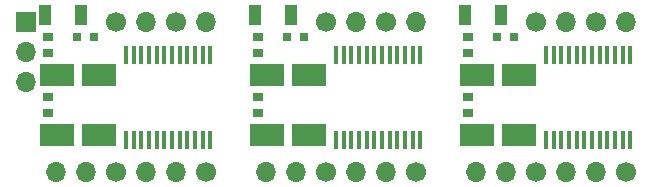
<source format=gts>
%TF.GenerationSoftware,KiCad,Pcbnew,(5.1.8)-1*%
%TF.CreationDate,2021-03-06T21:19:43+09:00*%
%TF.ProjectId,motor_driver_2,6d6f746f-725f-4647-9269-7665725f322e,rev?*%
%TF.SameCoordinates,PX60e4b00PY7b89fa0*%
%TF.FileFunction,Soldermask,Top*%
%TF.FilePolarity,Negative*%
%FSLAX46Y46*%
G04 Gerber Fmt 4.6, Leading zero omitted, Abs format (unit mm)*
G04 Created by KiCad (PCBNEW (5.1.8)-1) date 2021-03-06 21:19:43*
%MOMM*%
%LPD*%
G01*
G04 APERTURE LIST*
%ADD10R,1.700000X1.700000*%
%ADD11O,1.700000X1.700000*%
%ADD12C,1.700000*%
%ADD13R,2.900000X1.850000*%
%ADD14R,0.940000X0.750000*%
%ADD15R,0.800000X0.800000*%
%ADD16R,0.450000X1.525000*%
%ADD17R,1.050000X1.800000*%
G04 APERTURE END LIST*
D10*
%TO.C,J1*%
X2540000Y15240000D03*
D11*
X2540000Y12700000D03*
X2540000Y10160000D03*
%TD*%
D12*
%TO.C,J2*%
X10160000Y2540000D03*
D11*
X7620000Y2540000D03*
X5080000Y2540000D03*
%TD*%
D12*
%TO.C,J3*%
X17780000Y2540000D03*
D11*
X15240000Y2540000D03*
X12700000Y2540000D03*
%TD*%
%TO.C,J4*%
X22860000Y2540000D03*
X25400000Y2540000D03*
D12*
X27940000Y2540000D03*
%TD*%
D11*
%TO.C,J5*%
X30480000Y2540000D03*
X33020000Y2540000D03*
D12*
X35560000Y2540000D03*
%TD*%
%TO.C,J6*%
X45720000Y2540000D03*
D11*
X43180000Y2540000D03*
X40640000Y2540000D03*
%TD*%
%TO.C,J7*%
X48260000Y2540000D03*
X50800000Y2540000D03*
D12*
X53340000Y2540000D03*
%TD*%
%TO.C,J13*%
X50800000Y15240000D03*
D11*
X53340000Y15240000D03*
%TD*%
%TO.C,J12*%
X48260000Y15240000D03*
D12*
X45720000Y15240000D03*
%TD*%
%TO.C,J11*%
X33020000Y15240000D03*
D11*
X35560000Y15240000D03*
%TD*%
D12*
%TO.C,J10*%
X27940000Y15240000D03*
D11*
X30480000Y15240000D03*
%TD*%
D12*
%TO.C,J8*%
X10160000Y15240000D03*
D11*
X12700000Y15240000D03*
%TD*%
%TO.C,J9*%
X17780000Y15240000D03*
D12*
X15240000Y15240000D03*
%TD*%
D13*
%TO.C,C1*%
X8735000Y5715000D03*
X5235000Y5715000D03*
%TD*%
D14*
%TO.C,C2*%
X4445000Y14035000D03*
X4445000Y12635000D03*
%TD*%
D13*
%TO.C,C3*%
X23015000Y5715000D03*
X26515000Y5715000D03*
%TD*%
D14*
%TO.C,C4*%
X22225000Y14035000D03*
X22225000Y12635000D03*
%TD*%
D13*
%TO.C,C5*%
X44295000Y5715000D03*
X40795000Y5715000D03*
%TD*%
D14*
%TO.C,C6*%
X40005000Y14035000D03*
X40005000Y12635000D03*
%TD*%
%TO.C,C7*%
X4445000Y8955000D03*
X4445000Y7555000D03*
%TD*%
D13*
%TO.C,C8*%
X8735000Y10795000D03*
X5235000Y10795000D03*
%TD*%
D14*
%TO.C,C9*%
X22225000Y8955000D03*
X22225000Y7555000D03*
%TD*%
D13*
%TO.C,C10*%
X23015000Y10795000D03*
X26515000Y10795000D03*
%TD*%
D14*
%TO.C,C11*%
X40005000Y8955000D03*
X40005000Y7555000D03*
%TD*%
D13*
%TO.C,C12*%
X40795000Y10795000D03*
X44295000Y10795000D03*
%TD*%
D15*
%TO.C,D1*%
X6870000Y13970000D03*
X8370000Y13970000D03*
%TD*%
%TO.C,D2*%
X26150000Y13970000D03*
X24650000Y13970000D03*
%TD*%
%TO.C,D3*%
X43930000Y13970000D03*
X42430000Y13970000D03*
%TD*%
D16*
%TO.C,IC2*%
X35960000Y5328000D03*
X35310000Y5328000D03*
X34660000Y5328000D03*
X34010000Y5328000D03*
X33360000Y5328000D03*
X32710000Y5328000D03*
X32060000Y5328000D03*
X31410000Y5328000D03*
X30760000Y5328000D03*
X30110000Y5328000D03*
X29460000Y5328000D03*
X28810000Y5328000D03*
X28810000Y12452000D03*
X29460000Y12452000D03*
X30110000Y12452000D03*
X30760000Y12452000D03*
X31410000Y12452000D03*
X32060000Y12452000D03*
X32710000Y12452000D03*
X33360000Y12452000D03*
X34010000Y12452000D03*
X34660000Y12452000D03*
X35310000Y12452000D03*
X35960000Y12452000D03*
%TD*%
%TO.C,IC3*%
X53740000Y12452000D03*
X53090000Y12452000D03*
X52440000Y12452000D03*
X51790000Y12452000D03*
X51140000Y12452000D03*
X50490000Y12452000D03*
X49840000Y12452000D03*
X49190000Y12452000D03*
X48540000Y12452000D03*
X47890000Y12452000D03*
X47240000Y12452000D03*
X46590000Y12452000D03*
X46590000Y5328000D03*
X47240000Y5328000D03*
X47890000Y5328000D03*
X48540000Y5328000D03*
X49190000Y5328000D03*
X49840000Y5328000D03*
X50490000Y5328000D03*
X51140000Y5328000D03*
X51790000Y5328000D03*
X52440000Y5328000D03*
X53090000Y5328000D03*
X53740000Y5328000D03*
%TD*%
D17*
%TO.C,R1*%
X4165000Y15875000D03*
X7265000Y15875000D03*
%TD*%
%TO.C,R2*%
X25045000Y15875000D03*
X21945000Y15875000D03*
%TD*%
%TO.C,R3*%
X42825000Y15875000D03*
X39725000Y15875000D03*
%TD*%
D16*
%TO.C,IC1*%
X18180000Y12452000D03*
X17530000Y12452000D03*
X16880000Y12452000D03*
X16230000Y12452000D03*
X15580000Y12452000D03*
X14930000Y12452000D03*
X14280000Y12452000D03*
X13630000Y12452000D03*
X12980000Y12452000D03*
X12330000Y12452000D03*
X11680000Y12452000D03*
X11030000Y12452000D03*
X11030000Y5328000D03*
X11680000Y5328000D03*
X12330000Y5328000D03*
X12980000Y5328000D03*
X13630000Y5328000D03*
X14280000Y5328000D03*
X14930000Y5328000D03*
X15580000Y5328000D03*
X16230000Y5328000D03*
X16880000Y5328000D03*
X17530000Y5328000D03*
X18180000Y5328000D03*
%TD*%
M02*

</source>
